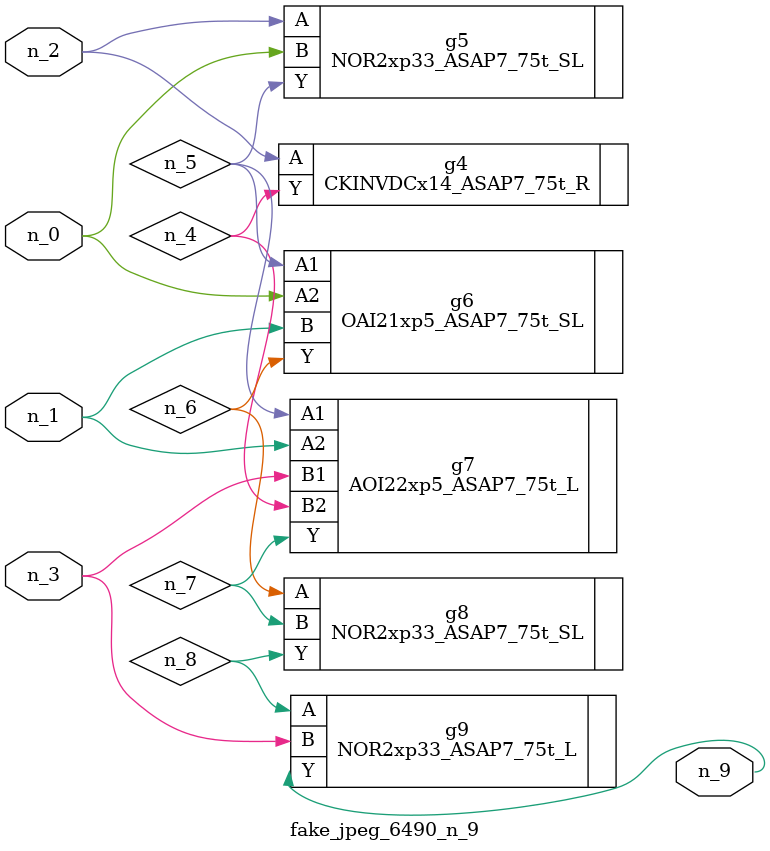
<source format=v>
module fake_jpeg_6490_n_9 (n_0, n_3, n_2, n_1, n_9);

input n_0;
input n_3;
input n_2;
input n_1;

output n_9;

wire n_4;
wire n_8;
wire n_6;
wire n_5;
wire n_7;

CKINVDCx14_ASAP7_75t_R g4 ( 
.A(n_2),
.Y(n_4)
);

NOR2xp33_ASAP7_75t_SL g5 ( 
.A(n_2),
.B(n_0),
.Y(n_5)
);

OAI21xp5_ASAP7_75t_SL g6 ( 
.A1(n_5),
.A2(n_0),
.B(n_1),
.Y(n_6)
);

NOR2xp33_ASAP7_75t_SL g8 ( 
.A(n_6),
.B(n_7),
.Y(n_8)
);

AOI22xp5_ASAP7_75t_L g7 ( 
.A1(n_5),
.A2(n_1),
.B1(n_3),
.B2(n_4),
.Y(n_7)
);

NOR2xp33_ASAP7_75t_L g9 ( 
.A(n_8),
.B(n_3),
.Y(n_9)
);


endmodule
</source>
